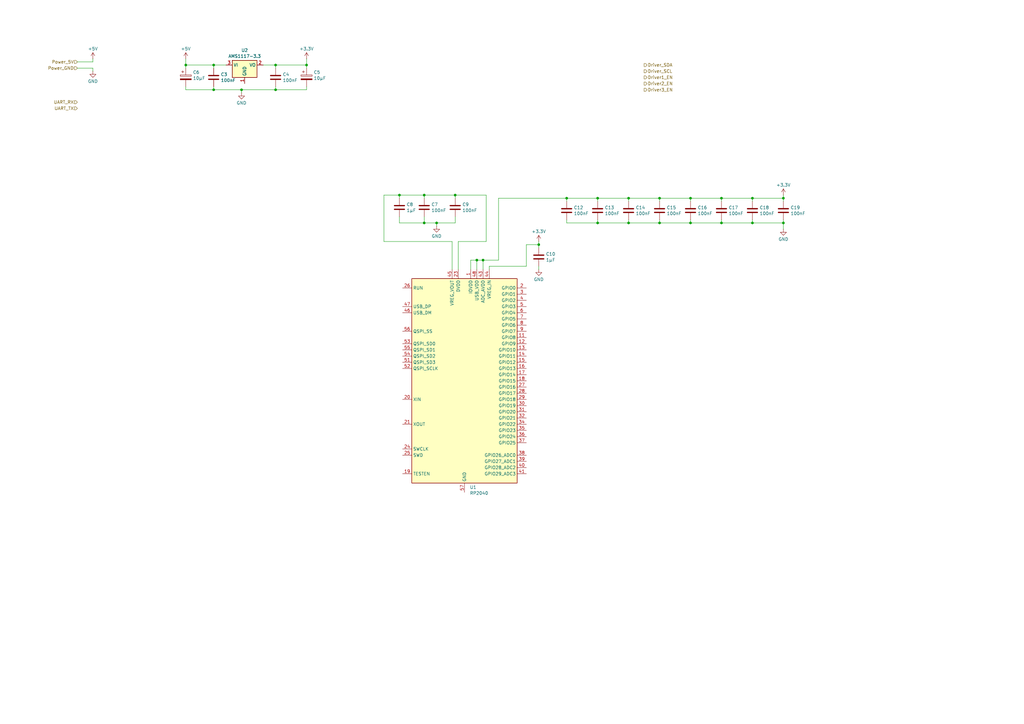
<source format=kicad_sch>
(kicad_sch (version 20231120) (generator "eeschema") (generator_version "8.0")
  (paper "A3")
  (title_block (title "5x5 Clock Panel") (date "2024-10-31") (rev "1"))
  (lib_symbols
    (symbol "Device:C" (pin_numbers hide) (pin_names (offset 0.254))
      (property "Reference" "C" (at 0.635 2.54 0))
      (property "Value" "C" (at 0.635 -2.54 0))
      (symbol "C_0_1"
        (polyline (pts (xy -2.032 -0.762) (xy 2.032 -0.762)) (stroke (width 0.508)))
        (polyline (pts (xy -2.032 0.762) (xy 2.032 0.762)) (stroke (width 0.508)))
      )
      (symbol "C_1_1"
        (pin passive line (at 0 3.81 270) (length 2.794) (name "~") (number "1"))
        (pin passive line (at 0 -3.81 90) (length 2.794) (name "~") (number "2"))
      )
    )
    (symbol "Device:C_Polarized" (pin_numbers hide) (pin_names (offset 0.254))
      (property "Reference" "C" (at 0.635 2.54 0))
      (property "Value" "C_Polarized" (at 0.635 -2.54 0))
      (symbol "C_Polarized_0_1"
        (rectangle (start -2.286 0.508) (end 2.286 1.016))
        (polyline (pts (xy -1.778 2.286) (xy -0.762 2.286)))
        (polyline (pts (xy -1.27 2.794) (xy -1.27 1.778)))
        (rectangle (start 2.286 -0.508) (end -2.286 -1.016) (fill (type outline)))
      )
      (symbol "C_Polarized_1_1"
        (pin passive line (at 0 3.81 270) (length 2.794) (name "~") (number "1"))
        (pin passive line (at 0 -3.81 90) (length 2.794) (name "~") (number "2"))
      )
    )
    (symbol "MCU_RaspberryPi:RP2040"
      (property "Reference" "U" (at 17.78 45.72 0))
      (property "Value" "RP2040" (at 17.78 43.18 0))
      (symbol "RP2040_0_1"
        (rectangle (start -21.59 41.91) (end 21.59 -41.91) (stroke (width 0.254)) (fill (type background)))
      )
      (symbol "RP2040_1_1"
        (pin power_in line (at 2.54 45.72 270) (length 3.81) (name "IOVDD") (number "1"))
        (pin passive line (at 2.54 45.72 270) (length 3.81) hide (name "IOVDD") (number "10"))
        (pin bidirectional line (at 25.4 17.78 180) (length 3.81) (name "GPIO8") (number "11"))
        (pin bidirectional line (at 25.4 15.24 180) (length 3.81) (name "GPIO9") (number "12"))
        (pin bidirectional line (at 25.4 12.7 180) (length 3.81) (name "GPIO10") (number "13"))
        (pin bidirectional line (at 25.4 10.16 180) (length 3.81) (name "GPIO11") (number "14"))
        (pin bidirectional line (at 25.4 7.62 180) (length 3.81) (name "GPIO12") (number "15"))
        (pin bidirectional line (at 25.4 5.08 180) (length 3.81) (name "GPIO13") (number "16"))
        (pin bidirectional line (at 25.4 2.54 180) (length 3.81) (name "GPIO14") (number "17"))
        (pin bidirectional line (at 25.4 0 180) (length 3.81) (name "GPIO15") (number "18"))
        (pin input line (at -25.4 -38.1 0) (length 3.81) (name "TESTEN") (number "19"))
        (pin bidirectional line (at 25.4 38.1 180) (length 3.81) (name "GPIO0") (number "2"))
        (pin input line (at -25.4 -7.62 0) (length 3.81) (name "XIN") (number "20"))
        (pin passive line (at -25.4 -17.78 0) (length 3.81) (name "XOUT") (number "21"))
        (pin passive line (at 2.54 45.72 270) (length 3.81) hide (name "IOVDD") (number "22"))
        (pin power_in line (at -2.54 45.72 270) (length 3.81) (name "DVDD") (number "23"))
        (pin input line (at -25.4 -27.94 0) (length 3.81) (name "SWCLK") (number "24"))
        (pin bidirectional line (at -25.4 -30.48 0) (length 3.81) (name "SWD") (number "25"))
        (pin input line (at -25.4 38.1 0) (length 3.81) (name "RUN") (number "26"))
        (pin bidirectional line (at 25.4 -2.54 180) (length 3.81) (name "GPIO16") (number "27"))
        (pin bidirectional line (at 25.4 -5.08 180) (length 3.81) (name "GPIO17") (number "28"))
        (pin bidirectional line (at 25.4 -7.62 180) (length 3.81) (name "GPIO18") (number "29"))
        (pin bidirectional line (at 25.4 35.56 180) (length 3.81) (name "GPIO1") (number "3"))
        (pin bidirectional line (at 25.4 -10.16 180) (length 3.81) (name "GPIO19") (number "30"))
        (pin bidirectional line (at 25.4 -12.7 180) (length 3.81) (name "GPIO20") (number "31"))
        (pin bidirectional line (at 25.4 -15.24 180) (length 3.81) (name "GPIO21") (number "32"))
        (pin passive line (at 2.54 45.72 270) (length 3.81) hide (name "IOVDD") (number "33"))
        (pin bidirectional line (at 25.4 -17.78 180) (length 3.81) (name "GPIO22") (number "34"))
        (pin bidirectional line (at 25.4 -20.32 180) (length 3.81) (name "GPIO23") (number "35"))
        (pin bidirectional line (at 25.4 -22.86 180) (length 3.81) (name "GPIO24") (number "36"))
        (pin bidirectional line (at 25.4 -25.4 180) (length 3.81) (name "GPIO25") (number "37"))
        (pin bidirectional line (at 25.4 -30.48 180) (length 3.81) (name "GPIO26_ADC0") (number "38"))
        (pin bidirectional line (at 25.4 -33.02 180) (length 3.81) (name "GPIO27_ADC1") (number "39"))
        (pin bidirectional line (at 25.4 33.02 180) (length 3.81) (name "GPIO2") (number "4"))
        (pin bidirectional line (at 25.4 -35.56 180) (length 3.81) (name "GPIO28_ADC2") (number "40"))
        (pin bidirectional line (at 25.4 -38.1 180) (length 3.81) (name "GPIO29_ADC3") (number "41"))
        (pin passive line (at 2.54 45.72 270) (length 3.81) hide (name "IOVDD") (number "42"))
        (pin power_in line (at 7.62 45.72 270) (length 3.81) (name "ADC_AVDD") (number "43"))
        (pin power_in line (at 10.16 45.72 270) (length 3.81) (name "VREG_IN") (number "44"))
        (pin power_out line (at -5.08 45.72 270) (length 3.81) (name "VREG_VOUT") (number "45"))
        (pin bidirectional line (at -25.4 27.94 0) (length 3.81) (name "USB_DM") (number "46"))
        (pin bidirectional line (at -25.4 30.48 0) (length 3.81) (name "USB_DP") (number "47"))
        (pin power_in line (at 5.08 45.72 270) (length 3.81) (name "USB_VDD") (number "48"))
        (pin passive line (at 2.54 45.72 270) (length 3.81) hide (name "IOVDD") (number "49"))
        (pin bidirectional line (at 25.4 30.48 180) (length 3.81) (name "GPIO3") (number "5"))
        (pin passive line (at -2.54 45.72 270) (length 3.81) hide (name "DVDD") (number "50"))
        (pin bidirectional line (at -25.4 7.62 0) (length 3.81) (name "QSPI_SD3") (number "51"))
        (pin output line (at -25.4 5.08 0) (length 3.81) (name "QSPI_SCLK") (number "52"))
        (pin bidirectional line (at -25.4 15.24 0) (length 3.81) (name "QSPI_SD0") (number "53"))
        (pin bidirectional line (at -25.4 10.16 0) (length 3.81) (name "QSPI_SD2") (number "54"))
        (pin bidirectional line (at -25.4 12.7 0) (length 3.81) (name "QSPI_SD1") (number "55"))
        (pin bidirectional line (at -25.4 20.32 0) (length 3.81) (name "QSPI_SS") (number "56"))
        (pin power_in line (at 0 -45.72 90) (length 3.81) (name "GND") (number "57"))
        (pin bidirectional line (at 25.4 27.94 180) (length 3.81) (name "GPIO4") (number "6"))
        (pin bidirectional line (at 25.4 25.4 180) (length 3.81) (name "GPIO5") (number "7"))
        (pin bidirectional line (at 25.4 22.86 180) (length 3.81) (name "GPIO6") (number "8"))
        (pin bidirectional line (at 25.4 20.32 180) (length 3.81) (name "GPIO7") (number "9"))
      )
    )
    (symbol "Regulator_Linear:AMS1117-3.3"
      (property "Reference" "U" (at -3.81 3.175 0))
      (property "Value" "AMS1117-3.3" (at 0 3.175 0))
      (symbol "AMS1117-3.3_0_1"
        (rectangle (start -5.08 -5.08) (end 5.08 1.905) (stroke (width 0.254)) (fill (type background)))
      )
      (symbol "AMS1117-3.3_1_1"
        (pin power_in line (at 0 -7.62 90) (length 2.54) (name "GND") (number "1"))
        (pin power_out line (at 7.62 0 180) (length 2.54) (name "VO") (number "2"))
        (pin power_in line (at -7.62 0 0) (length 2.54) (name "VI") (number "3"))
      )
    )
    (symbol "power:+3.3V" (power) (pin_numbers hide) (pin_names (offset 0) hide)
      (property "Value" "+3.3V" (at 0 3.556 0))
      (symbol "+3.3V_0_1"
        (polyline (pts (xy -0.762 1.27) (xy 0 2.54)))
        (polyline (pts (xy 0 0) (xy 0 2.54)))
        (polyline (pts (xy 0 2.54) (xy 0.762 1.27)))
      )
      (symbol "+3.3V_1_1"
        (pin power_in line (at 0 0 90) (length 0) (name "~") (number "1"))
      )
    )
    (symbol "power:+5V" (power) (pin_numbers hide) (pin_names (offset 0) hide)
      (property "Value" "+5V" (at 0 3.556 0))
      (symbol "+5V_0_1"
        (polyline (pts (xy -0.762 1.27) (xy 0 2.54)))
        (polyline (pts (xy 0 0) (xy 0 2.54)))
        (polyline (pts (xy 0 2.54) (xy 0.762 1.27)))
      )
      (symbol "+5V_1_1"
        (pin power_in line (at 0 0 90) (length 0) (name "~") (number "1"))
      )
    )
    (symbol "power:GND" (power) (pin_numbers hide) (pin_names (offset 0) hide)
      (property "Value" "GND" (at 0 -3.81 0))
      (symbol "GND_0_1"
        (polyline (pts (xy 0 0) (xy 0 -1.27) (xy 1.27 -1.27) (xy 0 -2.54) (xy -1.27 -1.27) (xy 0 -1.27)))
      )
      (symbol "GND_1_1"
        (pin power_in line (at 0 0 270) (length 0) (name "~") (number "1"))
      )
    )
  )
  (junction (at 232.41 81.28))
  (junction (at 195.58 106.68))
  (junction (at 186.69 80.01))
  (junction (at 87.63 26.67))
  (junction (at 220.98 100.33))
  (junction (at 257.81 81.28))
  (junction (at 113.03 36.83))
  (junction (at 270.51 91.44))
  (junction (at 163.83 80.01))
  (junction (at 173.99 80.01))
  (junction (at 76.2 26.67))
  (junction (at 173.99 91.44))
  (junction (at 321.31 91.44))
  (junction (at 198.12 106.68))
  (junction (at 99.06 36.83))
  (junction (at 179.07 91.44))
  (junction (at 321.31 81.28))
  (junction (at 308.61 81.28))
  (junction (at 257.81 91.44))
  (junction (at 295.91 91.44))
  (junction (at 283.21 81.28))
  (junction (at 295.91 81.28))
  (junction (at 283.21 91.44))
  (junction (at 113.03 26.67))
  (junction (at 245.11 81.28))
  (junction (at 87.63 36.83))
  (junction (at 308.61 91.44))
  (junction (at 125.73 26.67))
  (junction (at 270.51 81.28))
  (junction (at 245.11 91.44))
  (wire (pts (xy 198.12 106.68) (xy 198.12 110.49)))
  (wire (pts (xy 113.03 26.67) (xy 113.03 27.94)))
  (wire (pts (xy 163.83 88.9) (xy 163.83 91.44)))
  (wire (pts (xy 186.69 91.44) (xy 186.69 88.9)))
  (wire (pts (xy 283.21 81.28) (xy 270.51 81.28)))
  (wire (pts (xy 220.98 100.33) (xy 220.98 101.6)))
  (wire (pts (xy 193.04 106.68) (xy 193.04 110.49)))
  (wire (pts (xy 87.63 26.67) (xy 92.71 26.67)))
  (wire (pts (xy 163.83 80.01) (xy 173.99 80.01)))
  (wire (pts (xy 173.99 80.01) (xy 173.99 81.28)))
  (wire (pts (xy 31.75 27.94) (xy 38.1 27.94)))
  (wire (pts (xy 295.91 81.28) (xy 295.91 82.55)))
  (wire (pts (xy 257.81 81.28) (xy 257.81 82.55)))
  (wire (pts (xy 38.1 25.4) (xy 38.1 24.13)))
  (wire (pts (xy 215.9 100.33) (xy 220.98 100.33)))
  (wire (pts (xy 232.41 81.28) (xy 232.41 82.55)))
  (wire (pts (xy 163.83 80.01) (xy 163.83 81.28)))
  (wire (pts (xy 113.03 35.56) (xy 113.03 36.83)))
  (wire (pts (xy 308.61 81.28) (xy 308.61 82.55)))
  (wire (pts (xy 87.63 35.56) (xy 87.63 36.83)))
  (wire (pts (xy 283.21 81.28) (xy 283.21 82.55)))
  (wire (pts (xy 173.99 88.9) (xy 173.99 91.44)))
  (wire (pts (xy 232.41 90.17) (xy 232.41 91.44)))
  (wire (pts (xy 76.2 24.13) (xy 76.2 26.67)))
  (wire (pts (xy 295.91 91.44) (xy 283.21 91.44)))
  (wire (pts (xy 31.75 25.4) (xy 38.1 25.4)))
  (wire (pts (xy 257.81 91.44) (xy 245.11 91.44)))
  (wire (pts (xy 200.66 109.22) (xy 215.9 109.22)))
  (wire (pts (xy 283.21 91.44) (xy 270.51 91.44)))
  (wire (pts (xy 179.07 91.44) (xy 186.69 91.44)))
  (wire (pts (xy 187.96 99.06) (xy 199.39 99.06)))
  (wire (pts (xy 187.96 99.06) (xy 187.96 110.49)))
  (wire (pts (xy 186.69 80.01) (xy 186.69 81.28)))
  (wire (pts (xy 245.11 81.28) (xy 232.41 81.28)))
  (wire (pts (xy 113.03 26.67) (xy 125.73 26.67)))
  (wire (pts (xy 220.98 100.33) (xy 220.98 99.06)))
  (wire (pts (xy 163.83 91.44) (xy 173.99 91.44)))
  (wire (pts (xy 321.31 81.28) (xy 321.31 82.55)))
  (wire (pts (xy 38.1 27.94) (xy 38.1 29.21)))
  (wire (pts (xy 125.73 26.67) (xy 125.73 24.13)))
  (wire (pts (xy 321.31 80.01) (xy 321.31 81.28)))
  (wire (pts (xy 76.2 36.83) (xy 87.63 36.83)))
  (wire (pts (xy 99.06 36.83) (xy 99.06 38.1)))
  (wire (pts (xy 270.51 81.28) (xy 257.81 81.28)))
  (wire (pts (xy 245.11 91.44) (xy 232.41 91.44)))
  (wire (pts (xy 76.2 26.67) (xy 76.2 27.94)))
  (wire (pts (xy 157.48 80.01) (xy 163.83 80.01)))
  (wire (pts (xy 204.47 81.28) (xy 204.47 106.68)))
  (wire (pts (xy 87.63 36.83) (xy 99.06 36.83)))
  (wire (pts (xy 173.99 91.44) (xy 179.07 91.44)))
  (wire (pts (xy 198.12 106.68) (xy 195.58 106.68)))
  (wire (pts (xy 257.81 90.17) (xy 257.81 91.44)))
  (wire (pts (xy 195.58 106.68) (xy 195.58 110.49)))
  (wire (pts (xy 125.73 36.83) (xy 125.73 35.56)))
  (wire (pts (xy 270.51 90.17) (xy 270.51 91.44)))
  (wire (pts (xy 321.31 81.28) (xy 308.61 81.28)))
  (wire (pts (xy 220.98 109.22) (xy 220.98 110.49)))
  (wire (pts (xy 199.39 80.01) (xy 199.39 99.06)))
  (wire (pts (xy 245.11 81.28) (xy 245.11 82.55)))
  (wire (pts (xy 76.2 35.56) (xy 76.2 36.83)))
  (wire (pts (xy 295.91 90.17) (xy 295.91 91.44)))
  (wire (pts (xy 113.03 36.83) (xy 125.73 36.83)))
  (wire (pts (xy 308.61 91.44) (xy 295.91 91.44)))
  (wire (pts (xy 99.06 36.83) (xy 113.03 36.83)))
  (wire (pts (xy 321.31 91.44) (xy 308.61 91.44)))
  (wire (pts (xy 157.48 99.06) (xy 157.48 80.01)))
  (wire (pts (xy 107.95 26.67) (xy 113.03 26.67)))
  (wire (pts (xy 215.9 109.22) (xy 215.9 100.33)))
  (wire (pts (xy 195.58 106.68) (xy 193.04 106.68)))
  (wire (pts (xy 76.2 26.67) (xy 87.63 26.67)))
  (wire (pts (xy 245.11 90.17) (xy 245.11 91.44)))
  (wire (pts (xy 204.47 81.28) (xy 232.41 81.28)))
  (wire (pts (xy 125.73 26.67) (xy 125.73 27.94)))
  (wire (pts (xy 257.81 81.28) (xy 245.11 81.28)))
  (wire (pts (xy 186.69 80.01) (xy 199.39 80.01)))
  (wire (pts (xy 200.66 110.49) (xy 200.66 109.22)))
  (wire (pts (xy 173.99 80.01) (xy 186.69 80.01)))
  (wire (pts (xy 308.61 90.17) (xy 308.61 91.44)))
  (wire (pts (xy 283.21 90.17) (xy 283.21 91.44)))
  (wire (pts (xy 270.51 91.44) (xy 257.81 91.44)))
  (wire (pts (xy 87.63 26.67) (xy 87.63 27.94)))
  (wire (pts (xy 204.47 106.68) (xy 198.12 106.68)))
  (wire (pts (xy 270.51 81.28) (xy 270.51 82.55)))
  (wire (pts (xy 321.31 90.17) (xy 321.31 91.44)))
  (wire (pts (xy 295.91 81.28) (xy 283.21 81.28)))
  (wire (pts (xy 185.42 110.49) (xy 185.42 99.06)))
  (wire (pts (xy 179.07 91.44) (xy 179.07 92.71)))
  (wire (pts (xy 308.61 81.28) (xy 295.91 81.28)))
  (wire (pts (xy 321.31 91.44) (xy 321.31 93.98)))
  (wire (pts (xy 185.42 99.06) (xy 157.48 99.06)))
  (hierarchical_label "UART_RX" (shape input) (at 31.75 41.91 180))
  (hierarchical_label "Driver3_EN" (shape output) (at 264.16 36.83 0))
  (hierarchical_label "Driver2_EN" (shape output) (at 264.16 34.29 0))
  (hierarchical_label "Driver_SDA" (shape output) (at 264.16 26.67 0))
  (hierarchical_label "Power_5V" (shape input) (at 31.75 25.4 180))
  (hierarchical_label "Driver1_EN" (shape output) (at 264.16 31.75 0))
  (hierarchical_label "Power_GND" (shape input) (at 31.75 27.94 180))
  (hierarchical_label "Driver_SCL" (shape output) (at 264.16 29.21 0))
  (hierarchical_label "UART_TX" (shape input) (at 31.75 44.45 180))
  (symbol (lib_id "Device:C") (at 163.83 85.09 0) (unit 1)
    (property "Reference" "C8" (at 166.751 83.8778 0) (effects (justify left)))
    (property "Value" "1µF" (at 166.751 86.3021 0) (effects (justify left)))
    (property "Description" "Unpolarized capacitor" (effects (hide yes)))
  )
  (symbol (lib_id "power:GND") (at 220.98 110.49 0) (unit 1)
    (property "Reference" "#PWR014" (effects (hide yes)))
    (property "Value" "GND" (at 220.98 114.6231 0))
    (property "Description" "Power symbol creates a global label with name \"GND\" , ground" (effects (hide yes)))
  )
  (symbol (lib_id "power:GND") (at 99.06 38.1 0) (unit 1)
    (property "Reference" "#PWR013" (effects (hide yes)))
    (property "Value" "GND" (at 99.06 42.2331 0))
    (property "Description" "Power symbol creates a global label with name \"GND\" , ground" (effects (hide yes)))
  )
  (symbol (lib_id "Device:C") (at 113.03 31.75 0) (unit 1)
    (property "Reference" "C4" (at 115.951 30.5378 0) (effects (justify left)))
    (property "Value" "100nF" (at 115.951 32.9621 0) (effects (justify left)))
    (property "Description" "Unpolarized capacitor" (effects (hide yes)))
  )
  (symbol (lib_id "Device:C") (at 87.63 31.75 0) (unit 1)
    (property "Reference" "C3" (at 90.551 30.5378 0) (effects (justify left)))
    (property "Value" "100nF" (at 90.551 32.9621 0) (effects (justify left)))
    (property "Description" "Unpolarized capacitor" (effects (hide yes)))
  )
  (symbol (lib_id "MCU_RaspberryPi:RP2040") (at 190.5 156.21 0) (unit 1)
    (property "Reference" "U1" (at 192.6941 199.8401 0) (effects (justify left)))
    (property "Value" "RP2040" (at 192.6941 202.2644 0) (effects (justify left)))
    (property "Footprint" "Package_DFN_QFN:QFN-56-1EP_7x7mm_P0.4mm_EP3.2x3.2mm" (effects (hide yes)))
    (property "Datasheet" "https://datasheets.raspberrypi.com/rp2040/rp2040-datasheet.pdf" (effects (hide yes)))
    (property "Description" "A microcontroller by Raspberry Pi" (effects (hide yes)))
  )
  (symbol (lib_id "power:GND") (at 179.07 92.71 0) (unit 1)
    (property "Reference" "#PWR07" (effects (hide yes)))
    (property "Value" "GND" (at 179.07 96.8431 0))
    (property "Description" "Power symbol creates a global label with name \"GND\" , ground" (effects (hide yes)))
  )
  (symbol (lib_id "Regulator_Linear:AMS1117-3.3") (at 100.33 26.67 0) (unit 1)
    (property "Reference" "U2" (at 100.33 20.6205 0))
    (property "Value" "AMS1117-3.3" (at 100.33 23.0448 0))
    (property "Footprint" "Package_TO_SOT_SMD:SOT-223-3_TabPin2" (effects (hide yes)))
    (property "Datasheet" "http://www.advanced-monolithic.com/pdf/ds1117.pdf" (effects (hide yes)))
    (property "Description" "1A Low Dropout regulator, positive, 3.3V fixed output, SOT-223" (effects (hide yes)))
  )
  (symbol (lib_id "Device:C") (at 245.11 86.36 0) (unit 1)
    (property "Reference" "C13" (at 248.031 85.1478 0) (effects (justify left)))
    (property "Value" "100nF" (at 248.031 87.5721 0) (effects (justify left)))
    (property "Description" "Unpolarized capacitor" (effects (hide yes)))
  )
  (symbol (lib_id "Device:C") (at 186.69 85.09 0) (unit 1)
    (property "Reference" "C9" (at 189.611 83.8778 0) (effects (justify left)))
    (property "Value" "100nF" (at 189.611 86.3021 0) (effects (justify left)))
    (property "Description" "Unpolarized capacitor" (effects (hide yes)))
  )
  (symbol (lib_id "Device:C") (at 173.99 85.09 0) (unit 1)
    (property "Reference" "C7" (at 176.911 83.8778 0) (effects (justify left)))
    (property "Value" "100nF" (at 176.911 86.3021 0) (effects (justify left)))
    (property "Description" "Unpolarized capacitor" (effects (hide yes)))
  )
  (symbol (lib_id "Device:C") (at 283.21 86.36 0) (unit 1)
    (property "Reference" "C16" (at 286.131 85.1478 0) (effects (justify left)))
    (property "Value" "100nF" (at 286.131 87.5721 0) (effects (justify left)))
    (property "Description" "Unpolarized capacitor" (effects (hide yes)))
  )
  (symbol (lib_id "power:GND") (at 321.31 93.98 0) (unit 1)
    (property "Reference" "#PWR016" (effects (hide yes)))
    (property "Value" "GND" (at 321.31 98.1131 0))
    (property "Description" "Power symbol creates a global label with name \"GND\" , ground" (effects (hide yes)))
  )
  (symbol (lib_id "power:GND") (at 38.1 29.21 0) (unit 1)
    (property "Reference" "#PWR010" (effects (hide yes)))
    (property "Value" "GND" (at 38.1 33.3431 0))
    (property "Description" "Power symbol creates a global label with name \"GND\" , ground" (effects (hide yes)))
  )
  (symbol (lib_id "Device:C") (at 257.81 86.36 0) (unit 1)
    (property "Reference" "C14" (at 260.731 85.1478 0) (effects (justify left)))
    (property "Value" "100nF" (at 260.731 87.5721 0) (effects (justify left)))
    (property "Description" "Unpolarized capacitor" (effects (hide yes)))
  )
  (symbol (lib_id "power:+3.3V") (at 220.98 99.06 0) (unit 1)
    (property "Reference" "#PWR08" (effects (hide yes)))
    (property "Value" "+3.3V" (at 220.98 94.9269 0))
    (property "Description" "Power symbol creates a global label with name \"+3.3V\"" (effects (hide yes)))
  )
  (symbol (lib_id "Device:C") (at 232.41 86.36 0) (unit 1)
    (property "Reference" "C12" (at 235.331 85.1478 0) (effects (justify left)))
    (property "Value" "100nF" (at 235.331 87.5721 0) (effects (justify left)))
    (property "Description" "Unpolarized capacitor" (effects (hide yes)))
  )
  (symbol (lib_id "Device:C") (at 270.51 86.36 0) (unit 1)
    (property "Reference" "C15" (at 273.431 85.1478 0) (effects (justify left)))
    (property "Value" "100nF" (at 273.431 87.5721 0) (effects (justify left)))
    (property "Description" "Unpolarized capacitor" (effects (hide yes)))
  )
  (symbol (lib_id "Device:C") (at 308.61 86.36 0) (unit 1)
    (property "Reference" "C18" (at 311.531 85.1478 0) (effects (justify left)))
    (property "Value" "100nF" (at 311.531 87.5721 0) (effects (justify left)))
    (property "Description" "Unpolarized capacitor" (effects (hide yes)))
  )
  (symbol (lib_id "power:+5V") (at 38.1 24.13 0) (unit 1)
    (property "Reference" "#PWR09" (effects (hide yes)))
    (property "Value" "+5V" (at 38.1 19.9969 0))
    (property "Description" "Power symbol creates a global label with name \"+5V\"" (effects (hide yes)))
  )
  (symbol (lib_id "Device:C") (at 295.91 86.36 0) (unit 1)
    (property "Reference" "C17" (at 298.831 85.1478 0) (effects (justify left)))
    (property "Value" "100nF" (at 298.831 87.5721 0) (effects (justify left)))
    (property "Description" "Unpolarized capacitor" (effects (hide yes)))
  )
  (symbol (lib_id "power:+3.3V") (at 321.31 80.01 0) (unit 1)
    (property "Reference" "#PWR015" (effects (hide yes)))
    (property "Value" "+3.3V" (at 321.31 75.8769 0))
    (property "Description" "Power symbol creates a global label with name \"+3.3V\"" (effects (hide yes)))
  )
  (symbol (lib_id "Device:C") (at 220.98 105.41 0) (unit 1)
    (property "Reference" "C10" (at 223.901 104.1978 0) (effects (justify left)))
    (property "Value" "1µF" (at 223.901 106.6221 0) (effects (justify left)))
    (property "Description" "Unpolarized capacitor" (effects (hide yes)))
  )
  (symbol (lib_id "Device:C") (at 321.31 86.36 0) (unit 1)
    (property "Reference" "C19" (at 324.231 85.1478 0) (effects (justify left)))
    (property "Value" "100nF" (at 324.231 87.5721 0) (effects (justify left)))
    (property "Description" "Unpolarized capacitor" (effects (hide yes)))
  )
  (symbol (lib_id "power:+5V") (at 76.2 24.13 0) (unit 1)
    (property "Reference" "#PWR011" (effects (hide yes)))
    (property "Value" "+5V" (at 76.2 19.9969 0))
    (property "Description" "Power symbol creates a global label with name \"+5V\"" (effects (hide yes)))
  )
  (symbol (lib_id "Device:C_Polarized") (at 125.73 31.75 0) (unit 1)
    (property "Reference" "C5" (at 128.651 29.6488 0) (effects (justify left)))
    (property "Value" "10µF" (at 128.651 32.0731 0) (effects (justify left)))
    (property "Description" "Polarized capacitor" (effects (hide yes)))
  )
  (symbol (lib_id "Device:C_Polarized") (at 76.2 31.75 0) (unit 1)
    (property "Reference" "C6" (at 79.121 29.6488 0) (effects (justify left)))
    (property "Value" "10µF" (at 79.121 32.0731 0) (effects (justify left)))
    (property "Description" "Polarized capacitor" (effects (hide yes)))
  )
  (symbol (lib_id "power:+3.3V") (at 125.73 24.13 0) (unit 1)
    (property "Reference" "#PWR012" (effects (hide yes)))
    (property "Value" "+3.3V" (at 125.73 19.9969 0))
    (property "Description" "Power symbol creates a global label with name \"+3.3V\"" (effects (hide yes)))
  )
)
</source>
